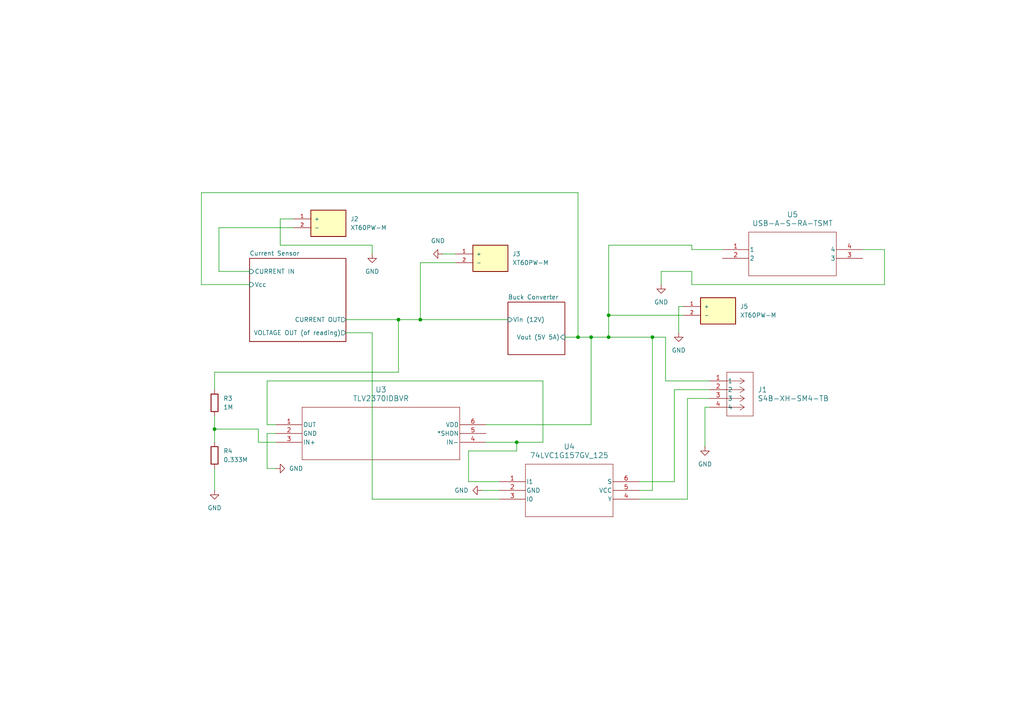
<source format=kicad_sch>
(kicad_sch (version 20231120) (generator "eeschema") (generator_version "8.0")
  (paper "A4")
  (lib_symbols
    (symbol "2025-01-31_02-08-36:S4B-XH-SM4-TB" (pin_names (offset 0.254))
      (property "Reference" "J" (at 8.89 6.35 0))
      (property "Value" "S4B-XH-SM4-TB" (at 0 0 0))
      (symbol "S4B-XH-SM4-TB_1_1"
        (polyline (pts (xy 5.08 -10.16) (xy 12.7 -10.16)) (stroke (width 0.127)))
        (polyline (pts (xy 5.08 2.54) (xy 5.08 -10.16)) (stroke (width 0.127)))
        (polyline (pts (xy 10.16 -7.62) (xy 5.08 -7.62)) (stroke (width 0.127)))
        (polyline (pts (xy 10.16 -7.62) (xy 8.89 -8.4667)) (stroke (width 0.127)))
        (polyline (pts (xy 10.16 -7.62) (xy 8.89 -6.7733)) (stroke (width 0.127)))
        (polyline (pts (xy 10.16 -5.08) (xy 5.08 -5.08)) (stroke (width 0.127)))
        (polyline (pts (xy 10.16 -5.08) (xy 8.89 -5.9267)) (stroke (width 0.127)))
        (polyline (pts (xy 10.16 -5.08) (xy 8.89 -4.2333)) (stroke (width 0.127)))
        (polyline (pts (xy 10.16 -2.54) (xy 5.08 -2.54)) (stroke (width 0.127)))
        (polyline (pts (xy 10.16 -2.54) (xy 8.89 -3.3867)) (stroke (width 0.127)))
        (polyline (pts (xy 10.16 -2.54) (xy 8.89 -1.6933)) (stroke (width 0.127)))
        (polyline (pts (xy 10.16 0) (xy 5.08 0)) (stroke (width 0.127)))
        (polyline (pts (xy 10.16 0) (xy 8.89 -0.8467)) (stroke (width 0.127)))
        (polyline (pts (xy 10.16 0) (xy 8.89 0.8467)) (stroke (width 0.127)))
        (polyline (pts (xy 12.7 -10.16) (xy 12.7 2.54)) (stroke (width 0.127)))
        (polyline (pts (xy 12.7 2.54) (xy 5.08 2.54)) (stroke (width 0.127)))
        (pin unspecified line (at 0 0 0) (length 5.08) (name "1") (number "1"))
        (pin unspecified line (at 0 -2.54 0) (length 5.08) (name "2") (number "2"))
        (pin unspecified line (at 0 -5.08 0) (length 5.08) (name "3") (number "3"))
        (pin unspecified line (at 0 -7.62 0) (length 5.08) (name "4") (number "4"))
      )
      (symbol "S4B-XH-SM4-TB_1_2"
        (polyline (pts (xy 5.08 -10.16) (xy 12.7 -10.16)) (stroke (width 0.127)))
        (polyline (pts (xy 5.08 2.54) (xy 5.08 -10.16)) (stroke (width 0.127)))
        (polyline (pts (xy 7.62 -7.62) (xy 5.08 -7.62)) (stroke (width 0.127)))
        (polyline (pts (xy 7.62 -7.62) (xy 8.89 -8.4667)) (stroke (width 0.127)))
        (polyline (pts (xy 7.62 -7.62) (xy 8.89 -6.7733)) (stroke (width 0.127)))
        (polyline (pts (xy 7.62 -5.08) (xy 5.08 -5.08)) (stroke (width 0.127)))
        (polyline (pts (xy 7.62 -5.08) (xy 8.89 -5.9267)) (stroke (width 0.127)))
        (polyline (pts (xy 7.62 -5.08) (xy 8.89 -4.2333)) (stroke (width 0.127)))
        (polyline (pts (xy 7.62 -2.54) (xy 5.08 -2.54)) (stroke (width 0.127)))
        (polyline (pts (xy 7.62 -2.54) (xy 8.89 -3.3867)) (stroke (width 0.127)))
        (polyline (pts (xy 7.62 -2.54) (xy 8.89 -1.6933)) (stroke (width 0.127)))
        (polyline (pts (xy 7.62 0) (xy 5.08 0)) (stroke (width 0.127)))
        (polyline (pts (xy 7.62 0) (xy 8.89 -0.8467)) (stroke (width 0.127)))
        (polyline (pts (xy 7.62 0) (xy 8.89 0.8467)) (stroke (width 0.127)))
        (polyline (pts (xy 12.7 -10.16) (xy 12.7 2.54)) (stroke (width 0.127)))
        (polyline (pts (xy 12.7 2.54) (xy 5.08 2.54)) (stroke (width 0.127)))
        (pin unspecified line (at 0 0 0) (length 5.08) (name "1") (number "1"))
        (pin unspecified line (at 0 -2.54 0) (length 5.08) (name "2") (number "2"))
        (pin unspecified line (at 0 -5.08 0) (length 5.08) (name "3") (number "3"))
        (pin unspecified line (at 0 -7.62 0) (length 5.08) (name "4") (number "4"))
      )
    )
    (symbol "2025-02-22_16-12-17:74LVC1G157GV_125" (pin_names (offset 0.254))
      (property "Reference" "U" (at 20.32 10.16 0))
      (property "Value" "74LVC1G157GV_125" (at 20.32 7.62 0))
      (symbol "74LVC1G157GV_125_0_1"
        (polyline (pts (xy 7.62 -10.16) (xy 33.02 -10.16)) (stroke (width 0.127)))
        (polyline (pts (xy 7.62 5.08) (xy 7.62 -10.16)) (stroke (width 0.127)))
        (polyline (pts (xy 33.02 -10.16) (xy 33.02 5.08)) (stroke (width 0.127)))
        (polyline (pts (xy 33.02 5.08) (xy 7.62 5.08)) (stroke (width 0.127)))
        (pin bidirectional line (at 0 0 0) (length 7.62) (name "I1") (number "1"))
        (pin power_out line (at 0 -2.54 0) (length 7.62) (name "GND") (number "2"))
        (pin bidirectional line (at 0 -5.08 0) (length 7.62) (name "I0") (number "3"))
        (pin unspecified line (at 40.64 -5.08 180) (length 7.62) (name "Y") (number "4"))
        (pin power_in line (at 40.64 -2.54 180) (length 7.62) (name "VCC") (number "5"))
        (pin unspecified line (at 40.64 0 180) (length 7.62) (name "S") (number "6"))
      )
    )
    (symbol "2025-02-22_17-10-12:TLV2370IDBVR" (pin_names (offset 0.254))
      (property "Reference" "U" (at 30.48 10.16 0))
      (property "Value" "TLV2370IDBVR" (at 30.48 7.62 0))
      (symbol "TLV2370IDBVR_0_1"
        (polyline (pts (xy 7.62 -10.16) (xy 53.34 -10.16)) (stroke (width 0.127)))
        (polyline (pts (xy 7.62 5.08) (xy 7.62 -10.16)) (stroke (width 0.127)))
        (polyline (pts (xy 53.34 -10.16) (xy 53.34 5.08)) (stroke (width 0.127)))
        (polyline (pts (xy 53.34 5.08) (xy 7.62 5.08)) (stroke (width 0.127)))
        (pin output line (at 0 0 0) (length 7.62) (name "OUT") (number "1"))
        (pin power_in line (at 0 -2.54 0) (length 7.62) (name "GND") (number "2"))
        (pin input line (at 0 -5.08 0) (length 7.62) (name "IN+") (number "3"))
        (pin input line (at 60.96 -5.08 180) (length 7.62) (name "IN-") (number "4"))
        (pin unspecified line (at 60.96 -2.54 180) (length 7.62) (name "*SHDN") (number "5"))
        (pin power_in line (at 60.96 0 180) (length 7.62) (name "VDD") (number "6"))
      )
    )
    (symbol "2025-02-23_03-18-15:USB-A-S-RA-TSMT" (pin_names (offset 0.254))
      (property "Reference" "U" (at 20.32 10.16 0))
      (property "Value" "USB-A-S-RA-TSMT" (at 20.32 7.62 0))
      (symbol "USB-A-S-RA-TSMT_0_1"
        (polyline (pts (xy 7.62 -7.62) (xy 33.02 -7.62)) (stroke (width 0.127)))
        (polyline (pts (xy 7.62 5.08) (xy 7.62 -7.62)) (stroke (width 0.127)))
        (polyline (pts (xy 33.02 -7.62) (xy 33.02 5.08)) (stroke (width 0.127)))
        (polyline (pts (xy 33.02 5.08) (xy 7.62 5.08)) (stroke (width 0.127)))
        (pin unspecified line (at 0 0 0) (length 7.62) (name "1") (number "1"))
        (pin unspecified line (at 0 -2.54 0) (length 7.62) (name "2") (number "2"))
        (pin unspecified line (at 40.64 -2.54 180) (length 7.62) (name "3") (number "3"))
        (pin unspecified line (at 40.64 0 180) (length 7.62) (name "4") (number "4"))
      )
    )
    (symbol "Device:R" (pin_numbers hide) (pin_names (offset 0))
      (property "Reference" "R" (at 2.032 0 90))
      (property "Value" "R" (at 0 0 90))
      (symbol "R_0_1"
        (rectangle (start -1.016 -2.54) (end 1.016 2.54) (stroke (width 0.254)))
      )
      (symbol "R_1_1"
        (pin passive line (at 0 3.81 270) (length 1.27) (name "~") (number "1"))
        (pin passive line (at 0 -3.81 90) (length 1.27) (name "~") (number "2"))
      )
    )
    (symbol "XT60PW-M:XT60PW-M" (pin_names (offset 1.016))
      (property "Reference" "J" (at -5.08 5.7234 0))
      (property "Value" "XT60PW-M" (at -5.08 -5.0923 0))
      (symbol "XT60PW-M_0_0"
        (rectangle (start -5.08 -2.54) (end 5.08 5.08) (stroke (width 0.254)) (fill (type background)))
        (pin passive line (at -10.16 2.54 0) (length 5.08) (name "+") (number "1"))
        (pin passive line (at -10.16 0 0) (length 5.08) (name "-") (number "2"))
      )
    )
    (symbol "power:GND" (power) (pin_numbers hide) (pin_names (offset 0) hide)
      (property "Value" "GND" (at 0 -3.81 0))
      (symbol "GND_0_1"
        (polyline (pts (xy 0 0) (xy 0 -1.27) (xy 1.27 -1.27) (xy 0 -2.54) (xy -1.27 -1.27) (xy 0 -1.27)))
      )
      (symbol "GND_1_1"
        (pin power_in line (at 0 0 270) (length 0) (name "~") (number "1"))
      )
    )
  )
  (junction (at 171.45 97.79))
  (junction (at 149.86 128.27))
  (junction (at 62.23 124.46))
  (junction (at 176.53 91.44))
  (junction (at 176.53 97.79))
  (junction (at 189.23 97.79))
  (junction (at 115.57 92.71))
  (junction (at 167.64 97.79))
  (junction (at 121.92 92.71))
  (wire (pts (xy 121.92 76.2) (xy 121.92 92.71)))
  (wire (pts (xy 121.92 92.71) (xy 147.32 92.71)))
  (wire (pts (xy 77.47 125.73) (xy 80.01 125.73)))
  (wire (pts (xy 81.28 71.12) (xy 81.28 63.5)))
  (wire (pts (xy 80.01 128.27) (xy 74.93 128.27)))
  (wire (pts (xy 100.33 92.71) (xy 115.57 92.71)))
  (wire (pts (xy 191.77 82.55) (xy 191.77 78.74)))
  (wire (pts (xy 107.95 144.78) (xy 144.78 144.78)))
  (wire (pts (xy 198.12 88.9) (xy 196.85 88.9)))
  (wire (pts (xy 80.01 123.19) (xy 77.47 123.19)))
  (wire (pts (xy 191.77 78.74) (xy 200.66 78.74)))
  (wire (pts (xy 77.47 123.19) (xy 77.47 110.49)))
  (wire (pts (xy 204.47 118.11) (xy 205.74 118.11)))
  (wire (pts (xy 189.23 97.79) (xy 193.04 97.79)))
  (wire (pts (xy 62.23 107.95) (xy 115.57 107.95)))
  (wire (pts (xy 200.66 71.12) (xy 176.53 71.12)))
  (wire (pts (xy 157.48 110.49) (xy 157.48 128.27)))
  (wire (pts (xy 135.89 139.7) (xy 144.78 139.7)))
  (wire (pts (xy 199.39 115.57) (xy 205.74 115.57)))
  (wire (pts (xy 81.28 63.5) (xy 85.09 63.5)))
  (wire (pts (xy 115.57 92.71) (xy 115.57 107.95)))
  (wire (pts (xy 74.93 124.46) (xy 62.23 124.46)))
  (wire (pts (xy 209.55 72.39) (xy 200.66 72.39)))
  (wire (pts (xy 204.47 129.54) (xy 204.47 118.11)))
  (wire (pts (xy 149.86 128.27) (xy 157.48 128.27)))
  (wire (pts (xy 167.64 55.88) (xy 167.64 97.79)))
  (wire (pts (xy 62.23 124.46) (xy 62.23 128.27)))
  (wire (pts (xy 139.7 142.24) (xy 144.78 142.24)))
  (wire (pts (xy 107.95 71.12) (xy 81.28 71.12)))
  (wire (pts (xy 176.53 91.44) (xy 176.53 97.79)))
  (wire (pts (xy 193.04 97.79) (xy 193.04 110.49)))
  (wire (pts (xy 63.5 78.74) (xy 72.39 78.74)))
  (wire (pts (xy 140.97 128.27) (xy 149.86 128.27)))
  (wire (pts (xy 195.58 113.03) (xy 205.74 113.03)))
  (wire (pts (xy 62.23 107.95) (xy 62.23 113.03)))
  (wire (pts (xy 171.45 97.79) (xy 176.53 97.79)))
  (wire (pts (xy 115.57 92.71) (xy 121.92 92.71)))
  (wire (pts (xy 200.66 72.39) (xy 200.66 71.12)))
  (wire (pts (xy 74.93 128.27) (xy 74.93 124.46)))
  (wire (pts (xy 100.33 96.52) (xy 107.95 96.52)))
  (wire (pts (xy 167.64 55.88) (xy 58.42 55.88)))
  (wire (pts (xy 189.23 142.24) (xy 185.42 142.24)))
  (wire (pts (xy 195.58 139.7) (xy 195.58 113.03)))
  (wire (pts (xy 107.95 96.52) (xy 107.95 144.78)))
  (wire (pts (xy 58.42 55.88) (xy 58.42 82.55)))
  (wire (pts (xy 176.53 91.44) (xy 198.12 91.44)))
  (wire (pts (xy 250.19 72.39) (xy 256.54 72.39)))
  (wire (pts (xy 107.95 73.66) (xy 107.95 71.12)))
  (wire (pts (xy 63.5 66.04) (xy 85.09 66.04)))
  (wire (pts (xy 149.86 130.81) (xy 149.86 128.27)))
  (wire (pts (xy 121.92 76.2) (xy 132.08 76.2)))
  (wire (pts (xy 196.85 88.9) (xy 196.85 96.52)))
  (wire (pts (xy 256.54 82.55) (xy 200.66 82.55)))
  (wire (pts (xy 189.23 97.79) (xy 189.23 142.24)))
  (wire (pts (xy 167.64 97.79) (xy 171.45 97.79)))
  (wire (pts (xy 193.04 110.49) (xy 205.74 110.49)))
  (wire (pts (xy 189.23 97.79) (xy 176.53 97.79)))
  (wire (pts (xy 63.5 66.04) (xy 63.5 78.74)))
  (wire (pts (xy 80.01 135.89) (xy 77.47 135.89)))
  (wire (pts (xy 135.89 139.7) (xy 135.89 130.81)))
  (wire (pts (xy 135.89 130.81) (xy 149.86 130.81)))
  (wire (pts (xy 199.39 144.78) (xy 185.42 144.78)))
  (wire (pts (xy 62.23 135.89) (xy 62.23 142.24)))
  (wire (pts (xy 185.42 139.7) (xy 195.58 139.7)))
  (wire (pts (xy 176.53 71.12) (xy 176.53 91.44)))
  (wire (pts (xy 199.39 115.57) (xy 199.39 144.78)))
  (wire (pts (xy 128.27 73.66) (xy 132.08 73.66)))
  (wire (pts (xy 140.97 123.19) (xy 171.45 123.19)))
  (wire (pts (xy 171.45 123.19) (xy 171.45 97.79)))
  (wire (pts (xy 62.23 120.65) (xy 62.23 124.46)))
  (wire (pts (xy 163.83 97.79) (xy 167.64 97.79)))
  (wire (pts (xy 77.47 110.49) (xy 157.48 110.49)))
  (wire (pts (xy 58.42 82.55) (xy 72.39 82.55)))
  (wire (pts (xy 77.47 135.89) (xy 77.47 125.73)))
  (wire (pts (xy 256.54 72.39) (xy 256.54 82.55)))
  (wire (pts (xy 200.66 82.55) (xy 200.66 78.74)))
  (symbol (lib_id "XT60PW-M:XT60PW-M") (at 142.24 76.2 0) (unit 1)
    (property "Reference" "J3" (at 148.59 73.6599 0) (effects (justify left)))
    (property "Value" "XT60PW-M" (at 148.59 76.1999 0) (effects (justify left)))
    (property "Footprint" "Connector_AMASS:AMASS_XT60IPW-M_1x03_P7.20mm_Horizontal" (effects (hide yes)))
    (property "MF" "AMASS" (effects (hide yes)))
    (property "MAXIMUM_PACKAGE_HEIGHT" "8.4 mm" (effects (hide yes)))
    (property "Package" "Package" (effects (hide yes)))
    (property "Price" "None" (effects (hide yes)))
    (property "Check_prices" "https://www.snapeda.com/parts/XT60PW-M/AMASS/view-part/?ref=eda" (effects (hide yes)))
    (property "STANDARD" "Manufacturer recommendations" (effects (hide yes)))
    (property "PARTREV" "V1.2" (effects (hide yes)))
    (property "SnapEDA_Link" "https://www.snapeda.com/parts/XT60PW-M/AMASS/view-part/?ref=snap" (effects (hide yes)))
    (property "MP" "XT60PW-M" (effects (hide yes)))
    (property "Description_1" "\n                        \n                            Socket, DC supply, male, PIN: 2\n                        \n" (effects (hide yes)))
    (property "Availability" "In Stock" (effects (hide yes)))
    (property "MANUFACTURER" "AMASS" (effects (hide yes)))
  )
  (symbol (lib_id "power:GND") (at 196.85 96.52 0) (unit 1)
    (property "Reference" "#PWR014" (effects (hide yes)))
    (property "Value" "GND" (at 196.85 101.6 0))
    (property "Description" "Power symbol creates a global label with name \"GND\" , ground" (effects (hide yes)))
  )
  (symbol (lib_id "power:GND") (at 107.95 73.66 0) (unit 1)
    (property "Reference" "#PWR04" (effects (hide yes)))
    (property "Value" "GND" (at 107.95 78.74 0))
    (property "Description" "Power symbol creates a global label with name \"GND\" , ground" (effects (hide yes)))
  )
  (symbol (lib_id "2025-02-23_03-18-15:USB-A-S-RA-TSMT") (at 209.55 72.39 0) (unit 1)
    (property "Reference" "U5" (at 229.87 62.23 0) (effects (font (size 1.524 1.524))))
    (property "Value" "USB-A-S-RA-TSMT" (at 229.87 64.77 0) (effects (font (size 1.524 1.524))))
    (property "Footprint" "USB-A-S-RA-TSMT_ADM" (effects (hide yes)))
    (property "Datasheet" "USB-A-S-RA-TSMT" (effects (hide yes)))
  )
  (symbol (lib_id "power:GND") (at 191.77 82.55 0) (unit 1)
    (property "Reference" "#PWR06" (effects (hide yes)))
    (property "Value" "GND" (at 191.77 87.63 0))
    (property "Description" "Power symbol creates a global label with name \"GND\" , ground" (effects (hide yes)))
  )
  (symbol (lib_id "2025-01-31_02-08-36:S4B-XH-SM4-TB") (at 205.74 110.49 0) (unit 1)
    (property "Reference" "J1" (at 219.71 113.0299 0) (effects (font (size 1.524 1.524)) (justify left)))
    (property "Value" "S4B-XH-SM4-TB" (at 219.71 115.5699 0) (effects (font (size 1.524 1.524)) (justify left)))
    (property "Footprint" "Connector_JST:JST_XH_B4B-XH-A_1x04_P2.50mm_Vertical" (effects (hide yes)))
    (property "Datasheet" "S4B-XH-SM4-TB" (effects (hide yes)))
  )
  (symbol (lib_id "power:GND") (at 80.01 135.89 90) (unit 1)
    (property "Reference" "#PWR010" (effects (hide yes)))
    (property "Value" "GND" (at 83.82 135.8899 90) (effects (justify right)))
    (property "Description" "Power symbol creates a global label with name \"GND\" , ground" (effects (hide yes)))
  )
  (symbol (lib_id "power:GND") (at 128.27 73.66 270) (unit 1)
    (property "Reference" "#PWR05" (effects (hide yes)))
    (property "Value" "GND" (at 127 69.85 90))
    (property "Description" "Power symbol creates a global label with name \"GND\" , ground" (effects (hide yes)))
  )
  (symbol (lib_id "XT60PW-M:XT60PW-M") (at 208.28 91.44 0) (unit 1)
    (property "Reference" "J5" (at 214.63 88.8999 0) (effects (justify left)))
    (property "Value" "XT60PW-M" (at 214.63 91.4399 0) (effects (justify left)))
    (property "Footprint" "Connector_AMASS:AMASS_XT60IPW-M_1x03_P7.20mm_Horizontal" (effects (hide yes)))
    (property "MF" "AMASS" (effects (hide yes)))
    (property "MAXIMUM_PACKAGE_HEIGHT" "8.4 mm" (effects (hide yes)))
    (property "Package" "Package" (effects (hide yes)))
    (property "Price" "None" (effects (hide yes)))
    (property "Check_prices" "https://www.snapeda.com/parts/XT60PW-M/AMASS/view-part/?ref=eda" (effects (hide yes)))
    (property "STANDARD" "Manufacturer recommendations" (effects (hide yes)))
    (property "PARTREV" "V1.2" (effects (hide yes)))
    (property "SnapEDA_Link" "https://www.snapeda.com/parts/XT60PW-M/AMASS/view-part/?ref=snap" (effects (hide yes)))
    (property "MP" "XT60PW-M" (effects (hide yes)))
    (property "Description_1" "\n                        \n                            Socket, DC supply, male, PIN: 2\n                        \n" (effects (hide yes)))
    (property "Availability" "In Stock" (effects (hide yes)))
    (property "MANUFACTURER" "AMASS" (effects (hide yes)))
  )
  (symbol (lib_id "power:GND") (at 204.47 129.54 0) (unit 1)
    (property "Reference" "#PWR02" (effects (hide yes)))
    (property "Value" "GND" (at 204.47 134.62 0))
    (property "Description" "Power symbol creates a global label with name \"GND\" , ground" (effects (hide yes)))
  )
  (symbol (lib_id "Device:R") (at 62.23 132.08 0) (unit 1)
    (property "Reference" "R4" (at 64.77 130.8099 0) (effects (justify left)))
    (property "Value" "0.333M" (at 64.77 133.3499 0) (effects (justify left)))
    (property "Footprint" "Resistor_SMD:R_0805_2012Metric_Pad1.20x1.40mm_HandSolder" (effects (hide yes)))
    (property "Description" "Resistor" (effects (hide yes)))
  )
  (symbol (lib_id "power:GND") (at 139.7 142.24 270) (unit 1)
    (property "Reference" "#PWR03" (effects (hide yes)))
    (property "Value" "GND" (at 135.89 142.2399 90) (effects (justify right)))
    (property "Description" "Power symbol creates a global label with name \"GND\" , ground" (effects (hide yes)))
  )
  (symbol (lib_id "XT60PW-M:XT60PW-M") (at 95.25 66.04 0) (unit 1)
    (property "Reference" "J2" (at 101.6 63.4999 0) (effects (justify left)))
    (property "Value" "XT60PW-M" (at 101.6 66.0399 0) (effects (justify left)))
    (property "Footprint" "Connector_AMASS:AMASS_XT60IPW-M_1x03_P7.20mm_Horizontal" (effects (hide yes)))
    (property "MF" "AMASS" (effects (hide yes)))
    (property "MAXIMUM_PACKAGE_HEIGHT" "8.4 mm" (effects (hide yes)))
    (property "Package" "Package" (effects (hide yes)))
    (property "Price" "None" (effects (hide yes)))
    (property "Check_prices" "https://www.snapeda.com/parts/XT60PW-M/AMASS/view-part/?ref=eda" (effects (hide yes)))
    (property "STANDARD" "Manufacturer recommendations" (effects (hide yes)))
    (property "PARTREV" "V1.2" (effects (hide yes)))
    (property "SnapEDA_Link" "https://www.snapeda.com/parts/XT60PW-M/AMASS/view-part/?ref=snap" (effects (hide yes)))
    (property "MP" "XT60PW-M" (effects (hide yes)))
    (property "Description_1" "\n                        \n                            Socket, DC supply, male, PIN: 2\n                        \n" (effects (hide yes)))
    (property "Availability" "In Stock" (effects (hide yes)))
    (property "MANUFACTURER" "AMASS" (effects (hide yes)))
  )
  (symbol (lib_id "2025-02-22_16-12-17:74LVC1G157GV_125") (at 144.78 139.7 0) (unit 1)
    (property "Reference" "U4" (at 165.1 129.54 0) (effects (font (size 1.524 1.524))))
    (property "Value" "74LVC1G157GV_125" (at 165.1 132.08 0) (effects (font (size 1.524 1.524))))
    (property "Footprint" "TSOP6_SOT457_NEX" (effects (hide yes)))
    (property "Datasheet" "74LVC1G157GV_125" (effects (hide yes)))
  )
  (symbol (lib_id "2025-02-22_17-10-12:TLV2370IDBVR") (at 80.01 123.19 0) (unit 1)
    (property "Reference" "U3" (at 110.49 113.03 0) (effects (font (size 1.524 1.524))))
    (property "Value" "TLV2370IDBVR" (at 110.49 115.57 0) (effects (font (size 1.524 1.524))))
    (property "Footprint" "DBV6" (effects (hide yes)))
    (property "Datasheet" "TLV2370IDBVR" (effects (hide yes)))
  )
  (symbol (lib_id "power:GND") (at 62.23 142.24 0) (unit 1)
    (property "Reference" "#PWR07" (effects (hide yes)))
    (property "Value" "GND" (at 62.23 147.32 0))
    (property "Description" "Power symbol creates a global label with name \"GND\" , ground" (effects (hide yes)))
  )
  (symbol (lib_id "Device:R") (at 62.23 116.84 0) (unit 1)
    (property "Reference" "R3" (at 64.77 115.5699 0) (effects (justify left)))
    (property "Value" "1M" (at 64.77 118.1099 0) (effects (justify left)))
    (property "Footprint" "Resistor_SMD:R_0805_2012Metric_Pad1.20x1.40mm_HandSolder" (effects (hide yes)))
    (property "Description" "Resistor" (effects (hide yes)))
  )
  (sheet (at 72.39 74.93) (size 27.94 24.13) (stroke (width 0.1524))
    (property "Sheetname" "Current Sensor" (at 72.39 74.2184 0) (effects (justify left bottom)))
    (property "Sheetfile" "untitled.kicad_sch" (effects (hide yes)))
    (pin "CURRENT IN" input (at 72.39 78.74 180))
    (pin "CURRENT OUT" output (at 100.33 92.71 0))
    (pin "VOLTAGE OUT (of reading)" output (at 100.33 96.52 0))
    (pin "Vcc" input (at 72.39 82.55 180))
  )
  (sheet (at 147.32 87.63) (size 16.51 15.24) (stroke (width 0.1524))
    (property "Sheetname" "Buck Converter" (at 147.32 86.9184 0) (effects (justify left bottom)))
    (property "Sheetfile" "buckconverter.kicad_sch" (effects (hide yes)))
    (pin "Vout (5V 5A)" input (at 163.83 97.79 0))
    (pin "Vin (12V)" input (at 147.32 92.71 180))
  )
)
</source>
